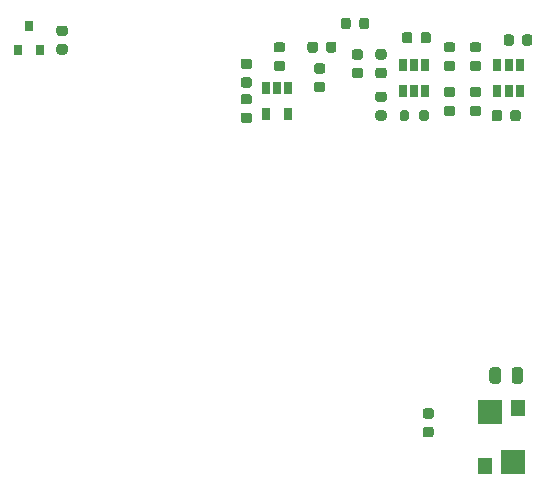
<source format=gbr>
%TF.GenerationSoftware,KiCad,Pcbnew,5.1.8-db9833491~87~ubuntu20.04.1*%
%TF.CreationDate,2020-11-29T21:19:56-07:00*%
%TF.ProjectId,smallcurrent,736d616c-6c63-4757-9272-656e742e6b69,rev?*%
%TF.SameCoordinates,Original*%
%TF.FileFunction,Paste,Bot*%
%TF.FilePolarity,Positive*%
%FSLAX46Y46*%
G04 Gerber Fmt 4.6, Leading zero omitted, Abs format (unit mm)*
G04 Created by KiCad (PCBNEW 5.1.8-db9833491~87~ubuntu20.04.1) date 2020-11-29 21:19:56*
%MOMM*%
%LPD*%
G01*
G04 APERTURE LIST*
%ADD10R,2.006600X2.048000*%
%ADD11R,1.143000X1.397000*%
%ADD12R,0.650000X1.060000*%
%ADD13R,0.800000X0.900000*%
G04 APERTURE END LIST*
D10*
%TO.C,R1*%
X145177900Y-160951000D03*
D11*
X142790300Y-161276500D03*
X145609700Y-156323500D03*
D10*
X143222100Y-156649000D03*
%TD*%
%TO.C,R8*%
G36*
G01*
X137225000Y-131875000D02*
X137225000Y-131325000D01*
G75*
G02*
X137425000Y-131125000I200000J0D01*
G01*
X137825000Y-131125000D01*
G75*
G02*
X138025000Y-131325000I0J-200000D01*
G01*
X138025000Y-131875000D01*
G75*
G02*
X137825000Y-132075000I-200000J0D01*
G01*
X137425000Y-132075000D01*
G75*
G02*
X137225000Y-131875000I0J200000D01*
G01*
G37*
G36*
G01*
X135575000Y-131875000D02*
X135575000Y-131325000D01*
G75*
G02*
X135775000Y-131125000I200000J0D01*
G01*
X136175000Y-131125000D01*
G75*
G02*
X136375000Y-131325000I0J-200000D01*
G01*
X136375000Y-131875000D01*
G75*
G02*
X136175000Y-132075000I-200000J0D01*
G01*
X135775000Y-132075000D01*
G75*
G02*
X135575000Y-131875000I0J200000D01*
G01*
G37*
%TD*%
D12*
%TO.C,U4*%
X136800000Y-127300000D03*
X137750000Y-127300000D03*
X135850000Y-127300000D03*
X135850000Y-129500000D03*
X136800000Y-129500000D03*
X137750000Y-129500000D03*
%TD*%
D13*
%TO.C,U3*%
X104200000Y-124000000D03*
X103250000Y-126000000D03*
X105150000Y-126000000D03*
%TD*%
D12*
%TO.C,U2*%
X124250000Y-131500000D03*
X126150000Y-131500000D03*
X126150000Y-129300000D03*
X125200000Y-129300000D03*
X124250000Y-129300000D03*
%TD*%
%TO.C,U1*%
X144800000Y-127300000D03*
X145750000Y-127300000D03*
X143850000Y-127300000D03*
X143850000Y-129500000D03*
X144800000Y-129500000D03*
X145750000Y-129500000D03*
%TD*%
%TO.C,R15*%
G36*
G01*
X137350000Y-125256250D02*
X137350000Y-124743750D01*
G75*
G02*
X137568750Y-124525000I218750J0D01*
G01*
X138006250Y-124525000D01*
G75*
G02*
X138225000Y-124743750I0J-218750D01*
G01*
X138225000Y-125256250D01*
G75*
G02*
X138006250Y-125475000I-218750J0D01*
G01*
X137568750Y-125475000D01*
G75*
G02*
X137350000Y-125256250I0J218750D01*
G01*
G37*
G36*
G01*
X135775000Y-125256250D02*
X135775000Y-124743750D01*
G75*
G02*
X135993750Y-124525000I218750J0D01*
G01*
X136431250Y-124525000D01*
G75*
G02*
X136650000Y-124743750I0J-218750D01*
G01*
X136650000Y-125256250D01*
G75*
G02*
X136431250Y-125475000I-218750J0D01*
G01*
X135993750Y-125475000D01*
G75*
G02*
X135775000Y-125256250I0J218750D01*
G01*
G37*
%TD*%
%TO.C,R14*%
G36*
G01*
X134256250Y-130450000D02*
X133743750Y-130450000D01*
G75*
G02*
X133525000Y-130231250I0J218750D01*
G01*
X133525000Y-129793750D01*
G75*
G02*
X133743750Y-129575000I218750J0D01*
G01*
X134256250Y-129575000D01*
G75*
G02*
X134475000Y-129793750I0J-218750D01*
G01*
X134475000Y-130231250D01*
G75*
G02*
X134256250Y-130450000I-218750J0D01*
G01*
G37*
G36*
G01*
X134256250Y-132025000D02*
X133743750Y-132025000D01*
G75*
G02*
X133525000Y-131806250I0J218750D01*
G01*
X133525000Y-131368750D01*
G75*
G02*
X133743750Y-131150000I218750J0D01*
G01*
X134256250Y-131150000D01*
G75*
G02*
X134475000Y-131368750I0J-218750D01*
G01*
X134475000Y-131806250D01*
G75*
G02*
X134256250Y-132025000I-218750J0D01*
G01*
G37*
%TD*%
%TO.C,R13*%
G36*
G01*
X134256250Y-126850000D02*
X133743750Y-126850000D01*
G75*
G02*
X133525000Y-126631250I0J218750D01*
G01*
X133525000Y-126193750D01*
G75*
G02*
X133743750Y-125975000I218750J0D01*
G01*
X134256250Y-125975000D01*
G75*
G02*
X134475000Y-126193750I0J-218750D01*
G01*
X134475000Y-126631250D01*
G75*
G02*
X134256250Y-126850000I-218750J0D01*
G01*
G37*
G36*
G01*
X134256250Y-128425000D02*
X133743750Y-128425000D01*
G75*
G02*
X133525000Y-128206250I0J218750D01*
G01*
X133525000Y-127768750D01*
G75*
G02*
X133743750Y-127550000I218750J0D01*
G01*
X134256250Y-127550000D01*
G75*
G02*
X134475000Y-127768750I0J-218750D01*
G01*
X134475000Y-128206250D01*
G75*
G02*
X134256250Y-128425000I-218750J0D01*
G01*
G37*
%TD*%
%TO.C,R12*%
G36*
G01*
X144250000Y-131343750D02*
X144250000Y-131856250D01*
G75*
G02*
X144031250Y-132075000I-218750J0D01*
G01*
X143593750Y-132075000D01*
G75*
G02*
X143375000Y-131856250I0J218750D01*
G01*
X143375000Y-131343750D01*
G75*
G02*
X143593750Y-131125000I218750J0D01*
G01*
X144031250Y-131125000D01*
G75*
G02*
X144250000Y-131343750I0J-218750D01*
G01*
G37*
G36*
G01*
X145825000Y-131343750D02*
X145825000Y-131856250D01*
G75*
G02*
X145606250Y-132075000I-218750J0D01*
G01*
X145168750Y-132075000D01*
G75*
G02*
X144950000Y-131856250I0J218750D01*
G01*
X144950000Y-131343750D01*
G75*
G02*
X145168750Y-131125000I218750J0D01*
G01*
X145606250Y-131125000D01*
G75*
G02*
X145825000Y-131343750I0J-218750D01*
G01*
G37*
%TD*%
%TO.C,R11*%
G36*
G01*
X142256250Y-130050000D02*
X141743750Y-130050000D01*
G75*
G02*
X141525000Y-129831250I0J218750D01*
G01*
X141525000Y-129393750D01*
G75*
G02*
X141743750Y-129175000I218750J0D01*
G01*
X142256250Y-129175000D01*
G75*
G02*
X142475000Y-129393750I0J-218750D01*
G01*
X142475000Y-129831250D01*
G75*
G02*
X142256250Y-130050000I-218750J0D01*
G01*
G37*
G36*
G01*
X142256250Y-131625000D02*
X141743750Y-131625000D01*
G75*
G02*
X141525000Y-131406250I0J218750D01*
G01*
X141525000Y-130968750D01*
G75*
G02*
X141743750Y-130750000I218750J0D01*
G01*
X142256250Y-130750000D01*
G75*
G02*
X142475000Y-130968750I0J-218750D01*
G01*
X142475000Y-131406250D01*
G75*
G02*
X142256250Y-131625000I-218750J0D01*
G01*
G37*
%TD*%
%TO.C,R10*%
G36*
G01*
X128543750Y-128750000D02*
X129056250Y-128750000D01*
G75*
G02*
X129275000Y-128968750I0J-218750D01*
G01*
X129275000Y-129406250D01*
G75*
G02*
X129056250Y-129625000I-218750J0D01*
G01*
X128543750Y-129625000D01*
G75*
G02*
X128325000Y-129406250I0J218750D01*
G01*
X128325000Y-128968750D01*
G75*
G02*
X128543750Y-128750000I218750J0D01*
G01*
G37*
G36*
G01*
X128543750Y-127175000D02*
X129056250Y-127175000D01*
G75*
G02*
X129275000Y-127393750I0J-218750D01*
G01*
X129275000Y-127831250D01*
G75*
G02*
X129056250Y-128050000I-218750J0D01*
G01*
X128543750Y-128050000D01*
G75*
G02*
X128325000Y-127831250I0J218750D01*
G01*
X128325000Y-127393750D01*
G75*
G02*
X128543750Y-127175000I218750J0D01*
G01*
G37*
%TD*%
%TO.C,R9*%
G36*
G01*
X145050000Y-154056250D02*
X145050000Y-153143750D01*
G75*
G02*
X145293750Y-152900000I243750J0D01*
G01*
X145781250Y-152900000D01*
G75*
G02*
X146025000Y-153143750I0J-243750D01*
G01*
X146025000Y-154056250D01*
G75*
G02*
X145781250Y-154300000I-243750J0D01*
G01*
X145293750Y-154300000D01*
G75*
G02*
X145050000Y-154056250I0J243750D01*
G01*
G37*
G36*
G01*
X143175000Y-154056250D02*
X143175000Y-153143750D01*
G75*
G02*
X143418750Y-152900000I243750J0D01*
G01*
X143906250Y-152900000D01*
G75*
G02*
X144150000Y-153143750I0J-243750D01*
G01*
X144150000Y-154056250D01*
G75*
G02*
X143906250Y-154300000I-243750J0D01*
G01*
X143418750Y-154300000D01*
G75*
G02*
X143175000Y-154056250I0J243750D01*
G01*
G37*
%TD*%
%TO.C,R7*%
G36*
G01*
X122856250Y-127650000D02*
X122343750Y-127650000D01*
G75*
G02*
X122125000Y-127431250I0J218750D01*
G01*
X122125000Y-126993750D01*
G75*
G02*
X122343750Y-126775000I218750J0D01*
G01*
X122856250Y-126775000D01*
G75*
G02*
X123075000Y-126993750I0J-218750D01*
G01*
X123075000Y-127431250D01*
G75*
G02*
X122856250Y-127650000I-218750J0D01*
G01*
G37*
G36*
G01*
X122856250Y-129225000D02*
X122343750Y-129225000D01*
G75*
G02*
X122125000Y-129006250I0J218750D01*
G01*
X122125000Y-128568750D01*
G75*
G02*
X122343750Y-128350000I218750J0D01*
G01*
X122856250Y-128350000D01*
G75*
G02*
X123075000Y-128568750I0J-218750D01*
G01*
X123075000Y-129006250D01*
G75*
G02*
X122856250Y-129225000I-218750J0D01*
G01*
G37*
%TD*%
%TO.C,R6*%
G36*
G01*
X122856250Y-130650000D02*
X122343750Y-130650000D01*
G75*
G02*
X122125000Y-130431250I0J218750D01*
G01*
X122125000Y-129993750D01*
G75*
G02*
X122343750Y-129775000I218750J0D01*
G01*
X122856250Y-129775000D01*
G75*
G02*
X123075000Y-129993750I0J-218750D01*
G01*
X123075000Y-130431250D01*
G75*
G02*
X122856250Y-130650000I-218750J0D01*
G01*
G37*
G36*
G01*
X122856250Y-132225000D02*
X122343750Y-132225000D01*
G75*
G02*
X122125000Y-132006250I0J218750D01*
G01*
X122125000Y-131568750D01*
G75*
G02*
X122343750Y-131350000I218750J0D01*
G01*
X122856250Y-131350000D01*
G75*
G02*
X123075000Y-131568750I0J-218750D01*
G01*
X123075000Y-132006250D01*
G75*
G02*
X122856250Y-132225000I-218750J0D01*
G01*
G37*
%TD*%
%TO.C,R5*%
G36*
G01*
X140056250Y-126250000D02*
X139543750Y-126250000D01*
G75*
G02*
X139325000Y-126031250I0J218750D01*
G01*
X139325000Y-125593750D01*
G75*
G02*
X139543750Y-125375000I218750J0D01*
G01*
X140056250Y-125375000D01*
G75*
G02*
X140275000Y-125593750I0J-218750D01*
G01*
X140275000Y-126031250D01*
G75*
G02*
X140056250Y-126250000I-218750J0D01*
G01*
G37*
G36*
G01*
X140056250Y-127825000D02*
X139543750Y-127825000D01*
G75*
G02*
X139325000Y-127606250I0J218750D01*
G01*
X139325000Y-127168750D01*
G75*
G02*
X139543750Y-126950000I218750J0D01*
G01*
X140056250Y-126950000D01*
G75*
G02*
X140275000Y-127168750I0J-218750D01*
G01*
X140275000Y-127606250D01*
G75*
G02*
X140056250Y-127825000I-218750J0D01*
G01*
G37*
%TD*%
%TO.C,R4*%
G36*
G01*
X107256250Y-124850000D02*
X106743750Y-124850000D01*
G75*
G02*
X106525000Y-124631250I0J218750D01*
G01*
X106525000Y-124193750D01*
G75*
G02*
X106743750Y-123975000I218750J0D01*
G01*
X107256250Y-123975000D01*
G75*
G02*
X107475000Y-124193750I0J-218750D01*
G01*
X107475000Y-124631250D01*
G75*
G02*
X107256250Y-124850000I-218750J0D01*
G01*
G37*
G36*
G01*
X107256250Y-126425000D02*
X106743750Y-126425000D01*
G75*
G02*
X106525000Y-126206250I0J218750D01*
G01*
X106525000Y-125768750D01*
G75*
G02*
X106743750Y-125550000I218750J0D01*
G01*
X107256250Y-125550000D01*
G75*
G02*
X107475000Y-125768750I0J-218750D01*
G01*
X107475000Y-126206250D01*
G75*
G02*
X107256250Y-126425000I-218750J0D01*
G01*
G37*
%TD*%
%TO.C,R3*%
G36*
G01*
X142256250Y-126250000D02*
X141743750Y-126250000D01*
G75*
G02*
X141525000Y-126031250I0J218750D01*
G01*
X141525000Y-125593750D01*
G75*
G02*
X141743750Y-125375000I218750J0D01*
G01*
X142256250Y-125375000D01*
G75*
G02*
X142475000Y-125593750I0J-218750D01*
G01*
X142475000Y-126031250D01*
G75*
G02*
X142256250Y-126250000I-218750J0D01*
G01*
G37*
G36*
G01*
X142256250Y-127825000D02*
X141743750Y-127825000D01*
G75*
G02*
X141525000Y-127606250I0J218750D01*
G01*
X141525000Y-127168750D01*
G75*
G02*
X141743750Y-126950000I218750J0D01*
G01*
X142256250Y-126950000D01*
G75*
G02*
X142475000Y-127168750I0J-218750D01*
G01*
X142475000Y-127606250D01*
G75*
G02*
X142256250Y-127825000I-218750J0D01*
G01*
G37*
%TD*%
%TO.C,R2*%
G36*
G01*
X137743750Y-156375000D02*
X138256250Y-156375000D01*
G75*
G02*
X138475000Y-156593750I0J-218750D01*
G01*
X138475000Y-157031250D01*
G75*
G02*
X138256250Y-157250000I-218750J0D01*
G01*
X137743750Y-157250000D01*
G75*
G02*
X137525000Y-157031250I0J218750D01*
G01*
X137525000Y-156593750D01*
G75*
G02*
X137743750Y-156375000I218750J0D01*
G01*
G37*
G36*
G01*
X137743750Y-157950000D02*
X138256250Y-157950000D01*
G75*
G02*
X138475000Y-158168750I0J-218750D01*
G01*
X138475000Y-158606250D01*
G75*
G02*
X138256250Y-158825000I-218750J0D01*
G01*
X137743750Y-158825000D01*
G75*
G02*
X137525000Y-158606250I0J218750D01*
G01*
X137525000Y-158168750D01*
G75*
G02*
X137743750Y-157950000I218750J0D01*
G01*
G37*
%TD*%
%TO.C,C6*%
G36*
G01*
X125656250Y-126250000D02*
X125143750Y-126250000D01*
G75*
G02*
X124925000Y-126031250I0J218750D01*
G01*
X124925000Y-125593750D01*
G75*
G02*
X125143750Y-125375000I218750J0D01*
G01*
X125656250Y-125375000D01*
G75*
G02*
X125875000Y-125593750I0J-218750D01*
G01*
X125875000Y-126031250D01*
G75*
G02*
X125656250Y-126250000I-218750J0D01*
G01*
G37*
G36*
G01*
X125656250Y-127825000D02*
X125143750Y-127825000D01*
G75*
G02*
X124925000Y-127606250I0J218750D01*
G01*
X124925000Y-127168750D01*
G75*
G02*
X125143750Y-126950000I218750J0D01*
G01*
X125656250Y-126950000D01*
G75*
G02*
X125875000Y-127168750I0J-218750D01*
G01*
X125875000Y-127606250D01*
G75*
G02*
X125656250Y-127825000I-218750J0D01*
G01*
G37*
%TD*%
%TO.C,C5*%
G36*
G01*
X132150000Y-124056250D02*
X132150000Y-123543750D01*
G75*
G02*
X132368750Y-123325000I218750J0D01*
G01*
X132806250Y-123325000D01*
G75*
G02*
X133025000Y-123543750I0J-218750D01*
G01*
X133025000Y-124056250D01*
G75*
G02*
X132806250Y-124275000I-218750J0D01*
G01*
X132368750Y-124275000D01*
G75*
G02*
X132150000Y-124056250I0J218750D01*
G01*
G37*
G36*
G01*
X130575000Y-124056250D02*
X130575000Y-123543750D01*
G75*
G02*
X130793750Y-123325000I218750J0D01*
G01*
X131231250Y-123325000D01*
G75*
G02*
X131450000Y-123543750I0J-218750D01*
G01*
X131450000Y-124056250D01*
G75*
G02*
X131231250Y-124275000I-218750J0D01*
G01*
X130793750Y-124275000D01*
G75*
G02*
X130575000Y-124056250I0J218750D01*
G01*
G37*
%TD*%
%TO.C,C4*%
G36*
G01*
X131743750Y-127550000D02*
X132256250Y-127550000D01*
G75*
G02*
X132475000Y-127768750I0J-218750D01*
G01*
X132475000Y-128206250D01*
G75*
G02*
X132256250Y-128425000I-218750J0D01*
G01*
X131743750Y-128425000D01*
G75*
G02*
X131525000Y-128206250I0J218750D01*
G01*
X131525000Y-127768750D01*
G75*
G02*
X131743750Y-127550000I218750J0D01*
G01*
G37*
G36*
G01*
X131743750Y-125975000D02*
X132256250Y-125975000D01*
G75*
G02*
X132475000Y-126193750I0J-218750D01*
G01*
X132475000Y-126631250D01*
G75*
G02*
X132256250Y-126850000I-218750J0D01*
G01*
X131743750Y-126850000D01*
G75*
G02*
X131525000Y-126631250I0J218750D01*
G01*
X131525000Y-126193750D01*
G75*
G02*
X131743750Y-125975000I218750J0D01*
G01*
G37*
%TD*%
%TO.C,C3*%
G36*
G01*
X139543750Y-130750000D02*
X140056250Y-130750000D01*
G75*
G02*
X140275000Y-130968750I0J-218750D01*
G01*
X140275000Y-131406250D01*
G75*
G02*
X140056250Y-131625000I-218750J0D01*
G01*
X139543750Y-131625000D01*
G75*
G02*
X139325000Y-131406250I0J218750D01*
G01*
X139325000Y-130968750D01*
G75*
G02*
X139543750Y-130750000I218750J0D01*
G01*
G37*
G36*
G01*
X139543750Y-129175000D02*
X140056250Y-129175000D01*
G75*
G02*
X140275000Y-129393750I0J-218750D01*
G01*
X140275000Y-129831250D01*
G75*
G02*
X140056250Y-130050000I-218750J0D01*
G01*
X139543750Y-130050000D01*
G75*
G02*
X139325000Y-129831250I0J218750D01*
G01*
X139325000Y-129393750D01*
G75*
G02*
X139543750Y-129175000I218750J0D01*
G01*
G37*
%TD*%
%TO.C,C2*%
G36*
G01*
X129350000Y-126056250D02*
X129350000Y-125543750D01*
G75*
G02*
X129568750Y-125325000I218750J0D01*
G01*
X130006250Y-125325000D01*
G75*
G02*
X130225000Y-125543750I0J-218750D01*
G01*
X130225000Y-126056250D01*
G75*
G02*
X130006250Y-126275000I-218750J0D01*
G01*
X129568750Y-126275000D01*
G75*
G02*
X129350000Y-126056250I0J218750D01*
G01*
G37*
G36*
G01*
X127775000Y-126056250D02*
X127775000Y-125543750D01*
G75*
G02*
X127993750Y-125325000I218750J0D01*
G01*
X128431250Y-125325000D01*
G75*
G02*
X128650000Y-125543750I0J-218750D01*
G01*
X128650000Y-126056250D01*
G75*
G02*
X128431250Y-126275000I-218750J0D01*
G01*
X127993750Y-126275000D01*
G75*
G02*
X127775000Y-126056250I0J218750D01*
G01*
G37*
%TD*%
%TO.C,C1*%
G36*
G01*
X145950000Y-125456250D02*
X145950000Y-124943750D01*
G75*
G02*
X146168750Y-124725000I218750J0D01*
G01*
X146606250Y-124725000D01*
G75*
G02*
X146825000Y-124943750I0J-218750D01*
G01*
X146825000Y-125456250D01*
G75*
G02*
X146606250Y-125675000I-218750J0D01*
G01*
X146168750Y-125675000D01*
G75*
G02*
X145950000Y-125456250I0J218750D01*
G01*
G37*
G36*
G01*
X144375000Y-125456250D02*
X144375000Y-124943750D01*
G75*
G02*
X144593750Y-124725000I218750J0D01*
G01*
X145031250Y-124725000D01*
G75*
G02*
X145250000Y-124943750I0J-218750D01*
G01*
X145250000Y-125456250D01*
G75*
G02*
X145031250Y-125675000I-218750J0D01*
G01*
X144593750Y-125675000D01*
G75*
G02*
X144375000Y-125456250I0J218750D01*
G01*
G37*
%TD*%
M02*

</source>
